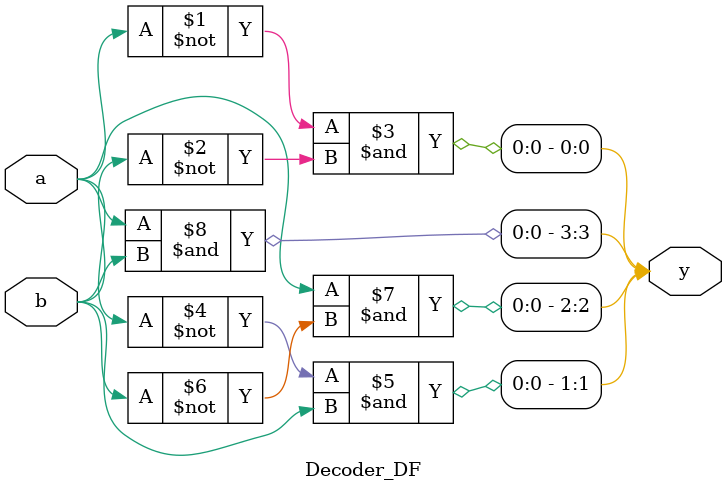
<source format=v>
`timescale 1ns / 1ps


module Decoder_DF(input a,b,output [3:0]y);
assign y[0]=(~a)&(~b);
assign y[1]=(~a)&b;
assign y[2]=a&(~b);
assign y[3]=a&b;
endmodule

</source>
